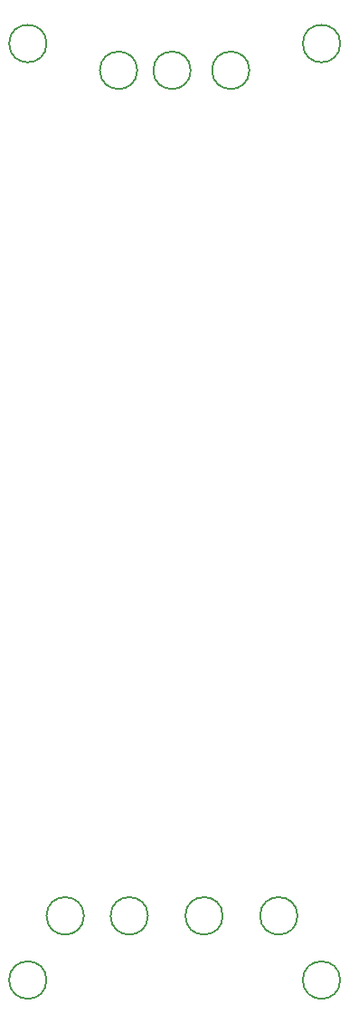
<source format=gbr>
%TF.GenerationSoftware,KiCad,Pcbnew,5.1.10*%
%TF.CreationDate,2021-06-26T02:26:41+02:00*%
%TF.ProjectId,double-gain,646f7562-6c65-42d6-9761-696e2e6b6963,rev?*%
%TF.SameCoordinates,Original*%
%TF.FileFunction,Other,Comment*%
%FSLAX46Y46*%
G04 Gerber Fmt 4.6, Leading zero omitted, Abs format (unit mm)*
G04 Created by KiCad (PCBNEW 5.1.10) date 2021-06-26 02:26:41*
%MOMM*%
%LPD*%
G01*
G04 APERTURE LIST*
%ADD10C,0.150000*%
G04 APERTURE END LIST*
D10*
%TO.C,J1*%
X47750000Y-119000000D02*
G75*
G03*
X47750000Y-119000000I-1750000J0D01*
G01*
%TO.C,J3*%
X53750000Y-119000000D02*
G75*
G03*
X53750000Y-119000000I-1750000J0D01*
G01*
%TO.C,J6*%
X44250000Y-125000000D02*
G75*
G03*
X44250000Y-125000000I-1750000J0D01*
G01*
%TO.C,J7*%
X71750000Y-37500000D02*
G75*
G03*
X71750000Y-37500000I-1750000J0D01*
G01*
%TO.C,J8*%
X44250000Y-37500000D02*
G75*
G03*
X44250000Y-37500000I-1750000J0D01*
G01*
%TO.C,J9*%
X71750000Y-125000000D02*
G75*
G03*
X71750000Y-125000000I-1750000J0D01*
G01*
%TO.C,J10*%
X67750000Y-119000000D02*
G75*
G03*
X67750000Y-119000000I-1750000J0D01*
G01*
%TO.C,J11*%
X60750000Y-119000000D02*
G75*
G03*
X60750000Y-119000000I-1750000J0D01*
G01*
%TO.C,J2*%
X57750000Y-40000000D02*
G75*
G03*
X57750000Y-40000000I-1750000J0D01*
G01*
%TO.C,J4*%
X52750000Y-40000000D02*
G75*
G03*
X52750000Y-40000000I-1750000J0D01*
G01*
%TO.C,J5*%
X63250000Y-40000000D02*
G75*
G03*
X63250000Y-40000000I-1750000J0D01*
G01*
%TD*%
M02*

</source>
